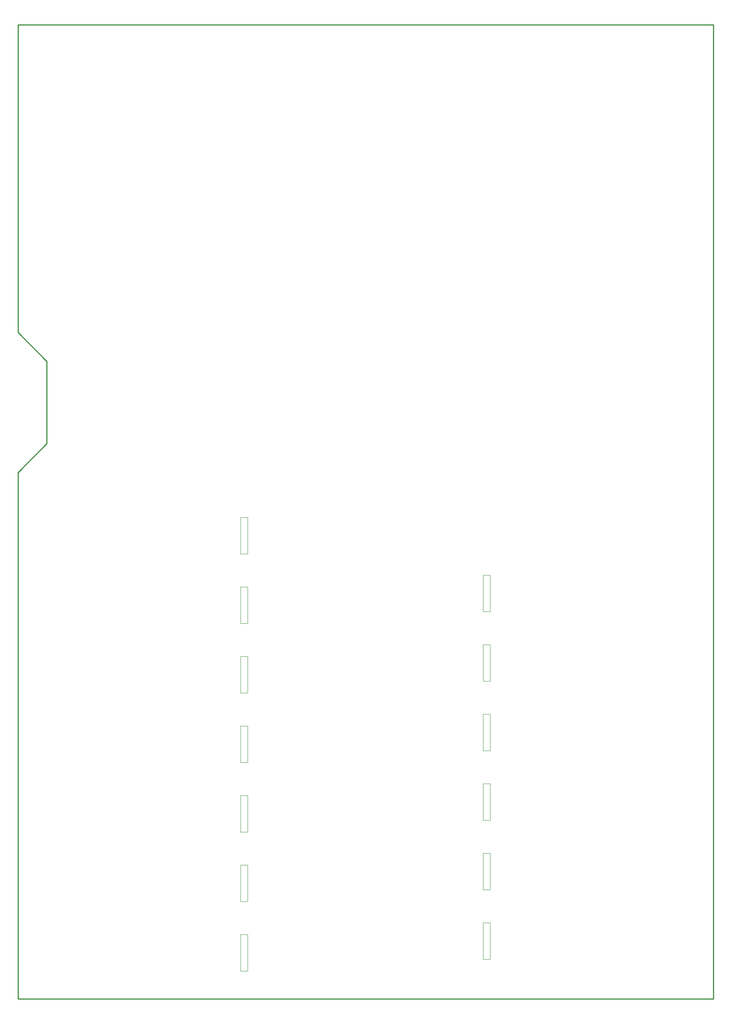
<source format=gko>
G04 Layer: BoardOutlineLayer*
G04 EasyEDA Pro v2.1.49.573a4102.674264, 2024-03-15 18:46:32*
G04 Gerber Generator version 0.3*
G04 Scale: 100 percent, Rotated: No, Reflected: No*
G04 Dimensions in millimeters*
G04 Leading zeros omitted, absolute positions, 3 integers and 5 decimals*
%FSLAX35Y35*%
%MOMM*%
%ADD10C,0.254*%
%ADD11C,0.0254*%
G75*


G04 PolygonModel Start*
G54D10*
G01X0Y0D02*
G01X0Y-6629400D01*
G01X622300Y-7251700D01*
G01Y-9027269D01*
G01X10269Y-9639300D01*
G01X0D01*
G01Y-21000000D01*
G01X15000000D01*
G01Y0D01*
G01X0D01*
G04 PolygonModel End*

G04 Rect Start*
G54D11*
G01X4803000Y-10614900D02*
G01X4803000Y-11404600D01*
G01X4953000D01*
G01Y-10614900D01*
G01X4803000D01*
G01X4801800Y-12116600D02*
G01X4801800Y-12906300D01*
G01X4951800D01*
G01Y-12116600D01*
G01X4801800D01*
G01X4801800Y-13615200D02*
G01X4801800Y-14404900D01*
G01X4951800D01*
G01Y-13615200D01*
G01X4801800D01*
G01X4801800Y-15113800D02*
G01X4801800Y-15903500D01*
G01X4951800D01*
G01Y-15113800D01*
G01X4801800D01*
G01X4801800Y-16612400D02*
G01X4801800Y-17402100D01*
G01X4951800D01*
G01Y-16612400D01*
G01X4801800D01*
G01X4801800Y-18111000D02*
G01X4801800Y-18900700D01*
G01X4951800D01*
G01Y-18111000D01*
G01X4801800D01*
G01X4801800Y-19609600D02*
G01X4801800Y-20399300D01*
G01X4951800D01*
G01Y-19609600D01*
G01X4801800D01*
G01X10035400Y-11859500D02*
G01X10035400Y-12649200D01*
G01X10185400D01*
G01Y-11859500D01*
G01X10035400D01*
G01X10035400Y-13358100D02*
G01X10035400Y-14147800D01*
G01X10185400D01*
G01Y-13358100D01*
G01X10035400D01*
G01X10035400Y-14856700D02*
G01X10035400Y-15646400D01*
G01X10185400D01*
G01Y-14856700D01*
G01X10035400D01*
G01X10035400Y-16355300D02*
G01X10035400Y-17145000D01*
G01X10185400D01*
G01Y-16355300D01*
G01X10035400D01*
G01X10035400Y-17853900D02*
G01X10035400Y-18643600D01*
G01X10185400D01*
G01Y-17853900D01*
G01X10035400D01*
G01X10035400Y-19352500D02*
G01X10035400Y-20142200D01*
G01X10185400D01*
G01Y-19352500D01*
G01X10035400D01*
G04 Rect End*

M02*

</source>
